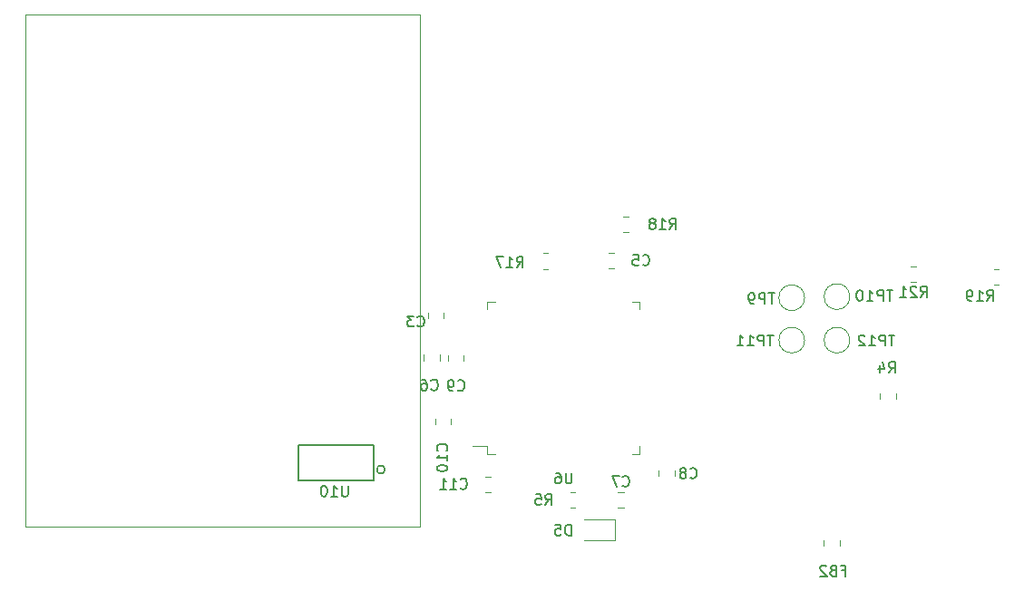
<source format=gbr>
%TF.GenerationSoftware,KiCad,Pcbnew,(5.1.9)-1*%
%TF.CreationDate,2021-04-19T10:41:21+09:00*%
%TF.ProjectId,Air_Pollution_Sensor,4169725f-506f-46c6-9c75-74696f6e5f53,rev?*%
%TF.SameCoordinates,Original*%
%TF.FileFunction,Legend,Bot*%
%TF.FilePolarity,Positive*%
%FSLAX46Y46*%
G04 Gerber Fmt 4.6, Leading zero omitted, Abs format (unit mm)*
G04 Created by KiCad (PCBNEW (5.1.9)-1) date 2021-04-19 10:41:21*
%MOMM*%
%LPD*%
G01*
G04 APERTURE LIST*
%ADD10C,0.120000*%
%ADD11C,0.152400*%
%ADD12C,0.150000*%
G04 APERTURE END LIST*
D10*
%TO.C,C9*%
X141654200Y-104763848D02*
X141654200Y-105286352D01*
X140184200Y-104763848D02*
X140184200Y-105286352D01*
%TO.C,U10*%
X137519400Y-72980800D02*
X137519400Y-120780800D01*
X100689400Y-72980800D02*
X137489400Y-72980800D01*
X100689400Y-120780800D02*
X137489400Y-120780800D01*
X100689400Y-120780800D02*
X100689400Y-72980800D01*
D11*
X126212600Y-116459000D02*
X126212600Y-113207800D01*
X133273800Y-116459000D02*
X126212600Y-116459000D01*
X133273800Y-113207800D02*
X133273800Y-116459000D01*
X134289800Y-115468400D02*
G75*
G03*
X134289800Y-115468400I-381000J0D01*
G01*
X126212600Y-113207800D02*
X133273800Y-113207800D01*
D10*
%TO.C,TP12*%
X177679200Y-103378000D02*
G75*
G03*
X177679200Y-103378000I-1200000J0D01*
G01*
%TO.C,TP11*%
X173462800Y-103378000D02*
G75*
G03*
X173462800Y-103378000I-1200000J0D01*
G01*
%TO.C,TP10*%
X177679200Y-99314000D02*
G75*
G03*
X177679200Y-99314000I-1200000J0D01*
G01*
%TO.C,TP9*%
X173462800Y-99415600D02*
G75*
G03*
X173462800Y-99415600I-1200000J0D01*
G01*
%TO.C,R5*%
X152060644Y-119055820D02*
X151606516Y-119055820D01*
X152060644Y-117585820D02*
X151606516Y-117585820D01*
%TO.C,D5*%
X155721880Y-122079900D02*
X152861880Y-122079900D01*
X155721880Y-120159900D02*
X155721880Y-122079900D01*
X152861880Y-120159900D02*
X155721880Y-120159900D01*
%TO.C,U6*%
X157372360Y-99785900D02*
X158072360Y-99785900D01*
X158072360Y-99785900D02*
X158072360Y-100485900D01*
X144552360Y-99785900D02*
X143852360Y-99785900D01*
X143852360Y-99785900D02*
X143852360Y-100485900D01*
X157372360Y-114005900D02*
X158072360Y-114005900D01*
X158072360Y-114005900D02*
X158072360Y-113305900D01*
X144552360Y-114005900D02*
X143852360Y-114005900D01*
X143852360Y-114005900D02*
X143852360Y-113305900D01*
X143852360Y-113305900D02*
X142487360Y-113305900D01*
%TO.C,C5*%
X155177948Y-95216040D02*
X155700452Y-95216040D01*
X155177948Y-96686040D02*
X155700452Y-96686040D01*
%TO.C,FB2*%
X175256520Y-122051088D02*
X175256520Y-122573592D01*
X176726520Y-122051088D02*
X176726520Y-122573592D01*
%TO.C,R4*%
X181964000Y-108840004D02*
X181964000Y-108385876D01*
X180494000Y-108840004D02*
X180494000Y-108385876D01*
%TO.C,R21*%
X183399696Y-97978900D02*
X183853824Y-97978900D01*
X183399696Y-96508900D02*
X183853824Y-96508900D01*
%TO.C,R19*%
X191590664Y-96729880D02*
X191136536Y-96729880D01*
X191590664Y-98199880D02*
X191136536Y-98199880D01*
%TO.C,R18*%
X156554436Y-93302760D02*
X157008564Y-93302760D01*
X156554436Y-91832760D02*
X157008564Y-91832760D01*
%TO.C,R17*%
X149036036Y-96726680D02*
X149490164Y-96726680D01*
X149036036Y-95256680D02*
X149490164Y-95256680D01*
%TO.C,C11*%
X144181552Y-117575000D02*
X143659048Y-117575000D01*
X144181552Y-116105000D02*
X143659048Y-116105000D01*
%TO.C,C10*%
X140435000Y-110736748D02*
X140435000Y-111259252D01*
X138965000Y-110736748D02*
X138965000Y-111259252D01*
%TO.C,C8*%
X161313800Y-115558848D02*
X161313800Y-116081352D01*
X159843800Y-115558848D02*
X159843800Y-116081352D01*
%TO.C,C7*%
X156568952Y-119022800D02*
X156046448Y-119022800D01*
X156568952Y-117552800D02*
X156046448Y-117552800D01*
%TO.C,C6*%
X139393600Y-104742348D02*
X139393600Y-105264852D01*
X137923600Y-104742348D02*
X137923600Y-105264852D01*
%TO.C,C3*%
X139759360Y-100814148D02*
X139759360Y-101336652D01*
X138289360Y-100814148D02*
X138289360Y-101336652D01*
%TO.C,C9*%
D12*
X141096026Y-108015042D02*
X141143645Y-108062661D01*
X141286502Y-108110280D01*
X141381740Y-108110280D01*
X141524598Y-108062661D01*
X141619836Y-107967423D01*
X141667455Y-107872185D01*
X141715074Y-107681709D01*
X141715074Y-107538852D01*
X141667455Y-107348376D01*
X141619836Y-107253138D01*
X141524598Y-107157900D01*
X141381740Y-107110280D01*
X141286502Y-107110280D01*
X141143645Y-107157900D01*
X141096026Y-107205519D01*
X140619836Y-108110280D02*
X140429360Y-108110280D01*
X140334121Y-108062661D01*
X140286502Y-108015042D01*
X140191264Y-107872185D01*
X140143645Y-107681709D01*
X140143645Y-107300757D01*
X140191264Y-107205519D01*
X140238883Y-107157900D01*
X140334121Y-107110280D01*
X140524598Y-107110280D01*
X140619836Y-107157900D01*
X140667455Y-107205519D01*
X140715074Y-107300757D01*
X140715074Y-107538852D01*
X140667455Y-107634090D01*
X140619836Y-107681709D01*
X140524598Y-107729328D01*
X140334121Y-107729328D01*
X140238883Y-107681709D01*
X140191264Y-107634090D01*
X140143645Y-107538852D01*
%TO.C,U10*%
X130828895Y-116978180D02*
X130828895Y-117787704D01*
X130781276Y-117882942D01*
X130733657Y-117930561D01*
X130638419Y-117978180D01*
X130447942Y-117978180D01*
X130352704Y-117930561D01*
X130305085Y-117882942D01*
X130257466Y-117787704D01*
X130257466Y-116978180D01*
X129257466Y-117978180D02*
X129828895Y-117978180D01*
X129543180Y-117978180D02*
X129543180Y-116978180D01*
X129638419Y-117121038D01*
X129733657Y-117216276D01*
X129828895Y-117263895D01*
X128638419Y-116978180D02*
X128543180Y-116978180D01*
X128447942Y-117025800D01*
X128400323Y-117073419D01*
X128352704Y-117168657D01*
X128305085Y-117359133D01*
X128305085Y-117597228D01*
X128352704Y-117787704D01*
X128400323Y-117882942D01*
X128447942Y-117930561D01*
X128543180Y-117978180D01*
X128638419Y-117978180D01*
X128733657Y-117930561D01*
X128781276Y-117882942D01*
X128828895Y-117787704D01*
X128876514Y-117597228D01*
X128876514Y-117359133D01*
X128828895Y-117168657D01*
X128781276Y-117073419D01*
X128733657Y-117025800D01*
X128638419Y-116978180D01*
%TO.C,TP12*%
X181874895Y-102906580D02*
X181303466Y-102906580D01*
X181589180Y-103906580D02*
X181589180Y-102906580D01*
X180970133Y-103906580D02*
X180970133Y-102906580D01*
X180589180Y-102906580D01*
X180493942Y-102954200D01*
X180446323Y-103001819D01*
X180398704Y-103097057D01*
X180398704Y-103239914D01*
X180446323Y-103335152D01*
X180493942Y-103382771D01*
X180589180Y-103430390D01*
X180970133Y-103430390D01*
X179446323Y-103906580D02*
X180017752Y-103906580D01*
X179732038Y-103906580D02*
X179732038Y-102906580D01*
X179827276Y-103049438D01*
X179922514Y-103144676D01*
X180017752Y-103192295D01*
X179065371Y-103001819D02*
X179017752Y-102954200D01*
X178922514Y-102906580D01*
X178684419Y-102906580D01*
X178589180Y-102954200D01*
X178541561Y-103001819D01*
X178493942Y-103097057D01*
X178493942Y-103192295D01*
X178541561Y-103335152D01*
X179112990Y-103906580D01*
X178493942Y-103906580D01*
%TO.C,TP11*%
X170546495Y-102906580D02*
X169975066Y-102906580D01*
X170260780Y-103906580D02*
X170260780Y-102906580D01*
X169641733Y-103906580D02*
X169641733Y-102906580D01*
X169260780Y-102906580D01*
X169165542Y-102954200D01*
X169117923Y-103001819D01*
X169070304Y-103097057D01*
X169070304Y-103239914D01*
X169117923Y-103335152D01*
X169165542Y-103382771D01*
X169260780Y-103430390D01*
X169641733Y-103430390D01*
X168117923Y-103906580D02*
X168689352Y-103906580D01*
X168403638Y-103906580D02*
X168403638Y-102906580D01*
X168498876Y-103049438D01*
X168594114Y-103144676D01*
X168689352Y-103192295D01*
X167165542Y-103906580D02*
X167736971Y-103906580D01*
X167451257Y-103906580D02*
X167451257Y-102906580D01*
X167546495Y-103049438D01*
X167641733Y-103144676D01*
X167736971Y-103192295D01*
%TO.C,TP10*%
X181697095Y-98715580D02*
X181125666Y-98715580D01*
X181411380Y-99715580D02*
X181411380Y-98715580D01*
X180792333Y-99715580D02*
X180792333Y-98715580D01*
X180411380Y-98715580D01*
X180316142Y-98763200D01*
X180268523Y-98810819D01*
X180220904Y-98906057D01*
X180220904Y-99048914D01*
X180268523Y-99144152D01*
X180316142Y-99191771D01*
X180411380Y-99239390D01*
X180792333Y-99239390D01*
X179268523Y-99715580D02*
X179839952Y-99715580D01*
X179554238Y-99715580D02*
X179554238Y-98715580D01*
X179649476Y-98858438D01*
X179744714Y-98953676D01*
X179839952Y-99001295D01*
X178649476Y-98715580D02*
X178554238Y-98715580D01*
X178459000Y-98763200D01*
X178411380Y-98810819D01*
X178363761Y-98906057D01*
X178316142Y-99096533D01*
X178316142Y-99334628D01*
X178363761Y-99525104D01*
X178411380Y-99620342D01*
X178459000Y-99667961D01*
X178554238Y-99715580D01*
X178649476Y-99715580D01*
X178744714Y-99667961D01*
X178792333Y-99620342D01*
X178839952Y-99525104D01*
X178887571Y-99334628D01*
X178887571Y-99096533D01*
X178839952Y-98906057D01*
X178792333Y-98810819D01*
X178744714Y-98763200D01*
X178649476Y-98715580D01*
%TO.C,TP9*%
X170654504Y-98994980D02*
X170083076Y-98994980D01*
X170368790Y-99994980D02*
X170368790Y-98994980D01*
X169749742Y-99994980D02*
X169749742Y-98994980D01*
X169368790Y-98994980D01*
X169273552Y-99042600D01*
X169225933Y-99090219D01*
X169178314Y-99185457D01*
X169178314Y-99328314D01*
X169225933Y-99423552D01*
X169273552Y-99471171D01*
X169368790Y-99518790D01*
X169749742Y-99518790D01*
X168702123Y-99994980D02*
X168511647Y-99994980D01*
X168416409Y-99947361D01*
X168368790Y-99899742D01*
X168273552Y-99756885D01*
X168225933Y-99566409D01*
X168225933Y-99185457D01*
X168273552Y-99090219D01*
X168321171Y-99042600D01*
X168416409Y-98994980D01*
X168606885Y-98994980D01*
X168702123Y-99042600D01*
X168749742Y-99090219D01*
X168797361Y-99185457D01*
X168797361Y-99423552D01*
X168749742Y-99518790D01*
X168702123Y-99566409D01*
X168606885Y-99614028D01*
X168416409Y-99614028D01*
X168321171Y-99566409D01*
X168273552Y-99518790D01*
X168225933Y-99423552D01*
%TO.C,R5*%
X149264666Y-118765580D02*
X149598000Y-118289390D01*
X149836095Y-118765580D02*
X149836095Y-117765580D01*
X149455142Y-117765580D01*
X149359904Y-117813200D01*
X149312285Y-117860819D01*
X149264666Y-117956057D01*
X149264666Y-118098914D01*
X149312285Y-118194152D01*
X149359904Y-118241771D01*
X149455142Y-118289390D01*
X149836095Y-118289390D01*
X148359904Y-117765580D02*
X148836095Y-117765580D01*
X148883714Y-118241771D01*
X148836095Y-118194152D01*
X148740857Y-118146533D01*
X148502761Y-118146533D01*
X148407523Y-118194152D01*
X148359904Y-118241771D01*
X148312285Y-118337009D01*
X148312285Y-118575104D01*
X148359904Y-118670342D01*
X148407523Y-118717961D01*
X148502761Y-118765580D01*
X148740857Y-118765580D01*
X148836095Y-118717961D01*
X148883714Y-118670342D01*
%TO.C,D5*%
X151664895Y-121610380D02*
X151664895Y-120610380D01*
X151426800Y-120610380D01*
X151283942Y-120658000D01*
X151188704Y-120753238D01*
X151141085Y-120848476D01*
X151093466Y-121038952D01*
X151093466Y-121181809D01*
X151141085Y-121372285D01*
X151188704Y-121467523D01*
X151283942Y-121562761D01*
X151426800Y-121610380D01*
X151664895Y-121610380D01*
X150188704Y-120610380D02*
X150664895Y-120610380D01*
X150712514Y-121086571D01*
X150664895Y-121038952D01*
X150569657Y-120991333D01*
X150331561Y-120991333D01*
X150236323Y-121038952D01*
X150188704Y-121086571D01*
X150141085Y-121181809D01*
X150141085Y-121419904D01*
X150188704Y-121515142D01*
X150236323Y-121562761D01*
X150331561Y-121610380D01*
X150569657Y-121610380D01*
X150664895Y-121562761D01*
X150712514Y-121515142D01*
%TO.C,U6*%
X151724264Y-115768280D02*
X151724264Y-116577804D01*
X151676645Y-116673042D01*
X151629026Y-116720661D01*
X151533788Y-116768280D01*
X151343312Y-116768280D01*
X151248074Y-116720661D01*
X151200455Y-116673042D01*
X151152836Y-116577804D01*
X151152836Y-115768280D01*
X150248074Y-115768280D02*
X150438550Y-115768280D01*
X150533788Y-115815900D01*
X150581407Y-115863519D01*
X150676645Y-116006376D01*
X150724264Y-116196852D01*
X150724264Y-116577804D01*
X150676645Y-116673042D01*
X150629026Y-116720661D01*
X150533788Y-116768280D01*
X150343312Y-116768280D01*
X150248074Y-116720661D01*
X150200455Y-116673042D01*
X150152836Y-116577804D01*
X150152836Y-116339709D01*
X150200455Y-116244471D01*
X150248074Y-116196852D01*
X150343312Y-116149233D01*
X150533788Y-116149233D01*
X150629026Y-116196852D01*
X150676645Y-116244471D01*
X150724264Y-116339709D01*
%TO.C,C5*%
X158357866Y-96318342D02*
X158405485Y-96365961D01*
X158548342Y-96413580D01*
X158643580Y-96413580D01*
X158786438Y-96365961D01*
X158881676Y-96270723D01*
X158929295Y-96175485D01*
X158976914Y-95985009D01*
X158976914Y-95842152D01*
X158929295Y-95651676D01*
X158881676Y-95556438D01*
X158786438Y-95461200D01*
X158643580Y-95413580D01*
X158548342Y-95413580D01*
X158405485Y-95461200D01*
X158357866Y-95508819D01*
X157453104Y-95413580D02*
X157929295Y-95413580D01*
X157976914Y-95889771D01*
X157929295Y-95842152D01*
X157834057Y-95794533D01*
X157595961Y-95794533D01*
X157500723Y-95842152D01*
X157453104Y-95889771D01*
X157405485Y-95985009D01*
X157405485Y-96223104D01*
X157453104Y-96318342D01*
X157500723Y-96365961D01*
X157595961Y-96413580D01*
X157834057Y-96413580D01*
X157929295Y-96365961D01*
X157976914Y-96318342D01*
%TO.C,FB2*%
X176956933Y-124896571D02*
X177290266Y-124896571D01*
X177290266Y-125420380D02*
X177290266Y-124420380D01*
X176814076Y-124420380D01*
X176099790Y-124896571D02*
X175956933Y-124944190D01*
X175909314Y-124991809D01*
X175861695Y-125087047D01*
X175861695Y-125229904D01*
X175909314Y-125325142D01*
X175956933Y-125372761D01*
X176052171Y-125420380D01*
X176433123Y-125420380D01*
X176433123Y-124420380D01*
X176099790Y-124420380D01*
X176004552Y-124468000D01*
X175956933Y-124515619D01*
X175909314Y-124610857D01*
X175909314Y-124706095D01*
X175956933Y-124801333D01*
X176004552Y-124848952D01*
X176099790Y-124896571D01*
X176433123Y-124896571D01*
X175480742Y-124515619D02*
X175433123Y-124468000D01*
X175337885Y-124420380D01*
X175099790Y-124420380D01*
X175004552Y-124468000D01*
X174956933Y-124515619D01*
X174909314Y-124610857D01*
X174909314Y-124706095D01*
X174956933Y-124848952D01*
X175528361Y-125420380D01*
X174909314Y-125420380D01*
%TO.C,R4*%
X181319466Y-106421180D02*
X181652800Y-105944990D01*
X181890895Y-106421180D02*
X181890895Y-105421180D01*
X181509942Y-105421180D01*
X181414704Y-105468800D01*
X181367085Y-105516419D01*
X181319466Y-105611657D01*
X181319466Y-105754514D01*
X181367085Y-105849752D01*
X181414704Y-105897371D01*
X181509942Y-105944990D01*
X181890895Y-105944990D01*
X180462323Y-105754514D02*
X180462323Y-106421180D01*
X180700419Y-105373561D02*
X180938514Y-106087847D01*
X180319466Y-106087847D01*
%TO.C,R21*%
X184269617Y-99346280D02*
X184602950Y-98870090D01*
X184841045Y-99346280D02*
X184841045Y-98346280D01*
X184460093Y-98346280D01*
X184364855Y-98393900D01*
X184317236Y-98441519D01*
X184269617Y-98536757D01*
X184269617Y-98679614D01*
X184317236Y-98774852D01*
X184364855Y-98822471D01*
X184460093Y-98870090D01*
X184841045Y-98870090D01*
X183888664Y-98441519D02*
X183841045Y-98393900D01*
X183745807Y-98346280D01*
X183507712Y-98346280D01*
X183412474Y-98393900D01*
X183364855Y-98441519D01*
X183317236Y-98536757D01*
X183317236Y-98631995D01*
X183364855Y-98774852D01*
X183936283Y-99346280D01*
X183317236Y-99346280D01*
X182364855Y-99346280D02*
X182936283Y-99346280D01*
X182650569Y-99346280D02*
X182650569Y-98346280D01*
X182745807Y-98489138D01*
X182841045Y-98584376D01*
X182936283Y-98631995D01*
%TO.C,R19*%
X190482457Y-99715580D02*
X190815790Y-99239390D01*
X191053885Y-99715580D02*
X191053885Y-98715580D01*
X190672933Y-98715580D01*
X190577695Y-98763200D01*
X190530076Y-98810819D01*
X190482457Y-98906057D01*
X190482457Y-99048914D01*
X190530076Y-99144152D01*
X190577695Y-99191771D01*
X190672933Y-99239390D01*
X191053885Y-99239390D01*
X189530076Y-99715580D02*
X190101504Y-99715580D01*
X189815790Y-99715580D02*
X189815790Y-98715580D01*
X189911028Y-98858438D01*
X190006266Y-98953676D01*
X190101504Y-99001295D01*
X189053885Y-99715580D02*
X188863409Y-99715580D01*
X188768171Y-99667961D01*
X188720552Y-99620342D01*
X188625314Y-99477485D01*
X188577695Y-99287009D01*
X188577695Y-98906057D01*
X188625314Y-98810819D01*
X188672933Y-98763200D01*
X188768171Y-98715580D01*
X188958647Y-98715580D01*
X189053885Y-98763200D01*
X189101504Y-98810819D01*
X189149123Y-98906057D01*
X189149123Y-99144152D01*
X189101504Y-99239390D01*
X189053885Y-99287009D01*
X188958647Y-99334628D01*
X188768171Y-99334628D01*
X188672933Y-99287009D01*
X188625314Y-99239390D01*
X188577695Y-99144152D01*
%TO.C,R18*%
X160866057Y-93009980D02*
X161199390Y-92533790D01*
X161437485Y-93009980D02*
X161437485Y-92009980D01*
X161056533Y-92009980D01*
X160961295Y-92057600D01*
X160913676Y-92105219D01*
X160866057Y-92200457D01*
X160866057Y-92343314D01*
X160913676Y-92438552D01*
X160961295Y-92486171D01*
X161056533Y-92533790D01*
X161437485Y-92533790D01*
X159913676Y-93009980D02*
X160485104Y-93009980D01*
X160199390Y-93009980D02*
X160199390Y-92009980D01*
X160294628Y-92152838D01*
X160389866Y-92248076D01*
X160485104Y-92295695D01*
X159342247Y-92438552D02*
X159437485Y-92390933D01*
X159485104Y-92343314D01*
X159532723Y-92248076D01*
X159532723Y-92200457D01*
X159485104Y-92105219D01*
X159437485Y-92057600D01*
X159342247Y-92009980D01*
X159151771Y-92009980D01*
X159056533Y-92057600D01*
X159008914Y-92105219D01*
X158961295Y-92200457D01*
X158961295Y-92248076D01*
X159008914Y-92343314D01*
X159056533Y-92390933D01*
X159151771Y-92438552D01*
X159342247Y-92438552D01*
X159437485Y-92486171D01*
X159485104Y-92533790D01*
X159532723Y-92629028D01*
X159532723Y-92819504D01*
X159485104Y-92914742D01*
X159437485Y-92962361D01*
X159342247Y-93009980D01*
X159151771Y-93009980D01*
X159056533Y-92962361D01*
X159008914Y-92914742D01*
X158961295Y-92819504D01*
X158961295Y-92629028D01*
X159008914Y-92533790D01*
X159056533Y-92486171D01*
X159151771Y-92438552D01*
%TO.C,R17*%
X146591257Y-96565980D02*
X146924590Y-96089790D01*
X147162685Y-96565980D02*
X147162685Y-95565980D01*
X146781733Y-95565980D01*
X146686495Y-95613600D01*
X146638876Y-95661219D01*
X146591257Y-95756457D01*
X146591257Y-95899314D01*
X146638876Y-95994552D01*
X146686495Y-96042171D01*
X146781733Y-96089790D01*
X147162685Y-96089790D01*
X145638876Y-96565980D02*
X146210304Y-96565980D01*
X145924590Y-96565980D02*
X145924590Y-95565980D01*
X146019828Y-95708838D01*
X146115066Y-95804076D01*
X146210304Y-95851695D01*
X145305542Y-95565980D02*
X144638876Y-95565980D01*
X145067447Y-96565980D01*
%TO.C,C11*%
X141333637Y-117192062D02*
X141381256Y-117239681D01*
X141524113Y-117287300D01*
X141619351Y-117287300D01*
X141762208Y-117239681D01*
X141857446Y-117144443D01*
X141905065Y-117049205D01*
X141952684Y-116858729D01*
X141952684Y-116715872D01*
X141905065Y-116525396D01*
X141857446Y-116430158D01*
X141762208Y-116334920D01*
X141619351Y-116287300D01*
X141524113Y-116287300D01*
X141381256Y-116334920D01*
X141333637Y-116382539D01*
X140381256Y-117287300D02*
X140952684Y-117287300D01*
X140666970Y-117287300D02*
X140666970Y-116287300D01*
X140762208Y-116430158D01*
X140857446Y-116525396D01*
X140952684Y-116573015D01*
X139428875Y-117287300D02*
X140000303Y-117287300D01*
X139714589Y-117287300D02*
X139714589Y-116287300D01*
X139809827Y-116430158D01*
X139905065Y-116525396D01*
X140000303Y-116573015D01*
%TO.C,C10*%
X140029202Y-113707942D02*
X140076821Y-113660323D01*
X140124440Y-113517466D01*
X140124440Y-113422228D01*
X140076821Y-113279371D01*
X139981583Y-113184133D01*
X139886345Y-113136514D01*
X139695869Y-113088895D01*
X139553012Y-113088895D01*
X139362536Y-113136514D01*
X139267298Y-113184133D01*
X139172060Y-113279371D01*
X139124440Y-113422228D01*
X139124440Y-113517466D01*
X139172060Y-113660323D01*
X139219679Y-113707942D01*
X140124440Y-114660323D02*
X140124440Y-114088895D01*
X140124440Y-114374609D02*
X139124440Y-114374609D01*
X139267298Y-114279371D01*
X139362536Y-114184133D01*
X139410155Y-114088895D01*
X139124440Y-115279371D02*
X139124440Y-115374609D01*
X139172060Y-115469847D01*
X139219679Y-115517466D01*
X139314917Y-115565085D01*
X139505393Y-115612704D01*
X139743488Y-115612704D01*
X139933964Y-115565085D01*
X140029202Y-115517466D01*
X140076821Y-115469847D01*
X140124440Y-115374609D01*
X140124440Y-115279371D01*
X140076821Y-115184133D01*
X140029202Y-115136514D01*
X139933964Y-115088895D01*
X139743488Y-115041276D01*
X139505393Y-115041276D01*
X139314917Y-115088895D01*
X139219679Y-115136514D01*
X139172060Y-115184133D01*
X139124440Y-115279371D01*
%TO.C,C8*%
X162780006Y-116206542D02*
X162827625Y-116254161D01*
X162970482Y-116301780D01*
X163065720Y-116301780D01*
X163208578Y-116254161D01*
X163303816Y-116158923D01*
X163351435Y-116063685D01*
X163399054Y-115873209D01*
X163399054Y-115730352D01*
X163351435Y-115539876D01*
X163303816Y-115444638D01*
X163208578Y-115349400D01*
X163065720Y-115301780D01*
X162970482Y-115301780D01*
X162827625Y-115349400D01*
X162780006Y-115397019D01*
X162208578Y-115730352D02*
X162303816Y-115682733D01*
X162351435Y-115635114D01*
X162399054Y-115539876D01*
X162399054Y-115492257D01*
X162351435Y-115397019D01*
X162303816Y-115349400D01*
X162208578Y-115301780D01*
X162018101Y-115301780D01*
X161922863Y-115349400D01*
X161875244Y-115397019D01*
X161827625Y-115492257D01*
X161827625Y-115539876D01*
X161875244Y-115635114D01*
X161922863Y-115682733D01*
X162018101Y-115730352D01*
X162208578Y-115730352D01*
X162303816Y-115777971D01*
X162351435Y-115825590D01*
X162399054Y-115920828D01*
X162399054Y-116111304D01*
X162351435Y-116206542D01*
X162303816Y-116254161D01*
X162208578Y-116301780D01*
X162018101Y-116301780D01*
X161922863Y-116254161D01*
X161875244Y-116206542D01*
X161827625Y-116111304D01*
X161827625Y-115920828D01*
X161875244Y-115825590D01*
X161922863Y-115777971D01*
X162018101Y-115730352D01*
%TO.C,C7*%
X156474366Y-116964942D02*
X156521985Y-117012561D01*
X156664842Y-117060180D01*
X156760080Y-117060180D01*
X156902938Y-117012561D01*
X156998176Y-116917323D01*
X157045795Y-116822085D01*
X157093414Y-116631609D01*
X157093414Y-116488752D01*
X157045795Y-116298276D01*
X156998176Y-116203038D01*
X156902938Y-116107800D01*
X156760080Y-116060180D01*
X156664842Y-116060180D01*
X156521985Y-116107800D01*
X156474366Y-116155419D01*
X156141033Y-116060180D02*
X155474366Y-116060180D01*
X155902938Y-117060180D01*
%TO.C,C6*%
X138611906Y-107968142D02*
X138659525Y-108015761D01*
X138802382Y-108063380D01*
X138897620Y-108063380D01*
X139040478Y-108015761D01*
X139135716Y-107920523D01*
X139183335Y-107825285D01*
X139230954Y-107634809D01*
X139230954Y-107491952D01*
X139183335Y-107301476D01*
X139135716Y-107206238D01*
X139040478Y-107111000D01*
X138897620Y-107063380D01*
X138802382Y-107063380D01*
X138659525Y-107111000D01*
X138611906Y-107158619D01*
X137754763Y-107063380D02*
X137945240Y-107063380D01*
X138040478Y-107111000D01*
X138088097Y-107158619D01*
X138183335Y-107301476D01*
X138230954Y-107491952D01*
X138230954Y-107872904D01*
X138183335Y-107968142D01*
X138135716Y-108015761D01*
X138040478Y-108063380D01*
X137850001Y-108063380D01*
X137754763Y-108015761D01*
X137707144Y-107968142D01*
X137659525Y-107872904D01*
X137659525Y-107634809D01*
X137707144Y-107539571D01*
X137754763Y-107491952D01*
X137850001Y-107444333D01*
X138040478Y-107444333D01*
X138135716Y-107491952D01*
X138183335Y-107539571D01*
X138230954Y-107634809D01*
%TO.C,C3*%
X137326666Y-102020642D02*
X137374285Y-102068261D01*
X137517142Y-102115880D01*
X137612380Y-102115880D01*
X137755238Y-102068261D01*
X137850476Y-101973023D01*
X137898095Y-101877785D01*
X137945714Y-101687309D01*
X137945714Y-101544452D01*
X137898095Y-101353976D01*
X137850476Y-101258738D01*
X137755238Y-101163500D01*
X137612380Y-101115880D01*
X137517142Y-101115880D01*
X137374285Y-101163500D01*
X137326666Y-101211119D01*
X136993333Y-101115880D02*
X136374285Y-101115880D01*
X136707619Y-101496833D01*
X136564761Y-101496833D01*
X136469523Y-101544452D01*
X136421904Y-101592071D01*
X136374285Y-101687309D01*
X136374285Y-101925404D01*
X136421904Y-102020642D01*
X136469523Y-102068261D01*
X136564761Y-102115880D01*
X136850476Y-102115880D01*
X136945714Y-102068261D01*
X136993333Y-102020642D01*
%TD*%
M02*

</source>
